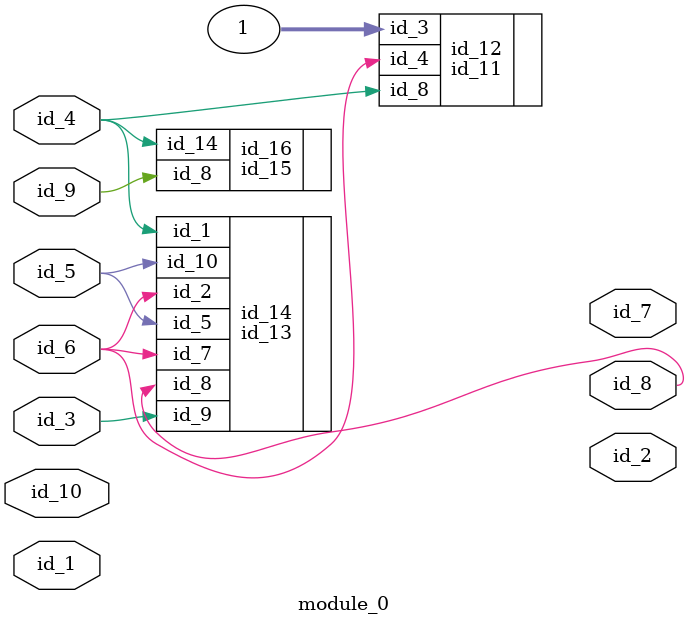
<source format=v>
module module_0 (
    id_1,
    id_2,
    id_3,
    id_4,
    id_5,
    id_6,
    id_7,
    id_8,
    id_9,
    id_10
);
  input id_10;
  input id_9;
  output id_8;
  output id_7;
  input id_6;
  input id_5;
  input id_4;
  input id_3;
  output id_2;
  input id_1;
  id_11 id_12 (
      .id_3(1),
      .id_4(id_6),
      .id_8(id_4)
  );
  id_13 id_14 (
      .id_2 (id_6),
      .id_8 (id_8),
      .id_1 (id_4),
      .id_9 (id_3),
      .id_10(id_10),
      .id_10(id_5),
      .id_5 (id_5),
      .id_7 (id_6)
  );
  id_15 id_16 (
      .id_14(id_4),
      .id_8 (id_9)
  );
endmodule

</source>
